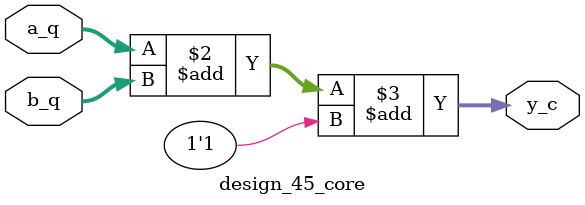
<source format=v>
module design_45_core #(
  parameter W = 8
)(
  input      [W-1:0] a_q,
  input      [W-1:0] b_q,
  output reg [W-1:0] y_c
);
  always @* begin
    y_c = a_q + b_q + 1'b1;
  end
endmodule

</source>
